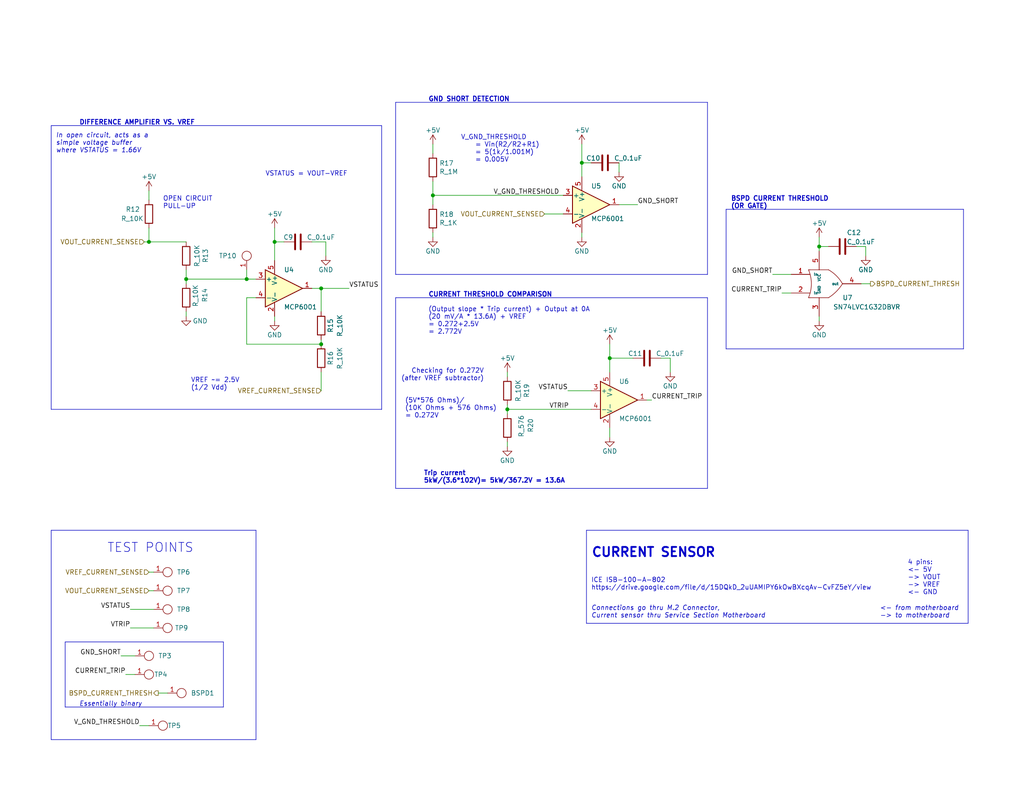
<source format=kicad_sch>
(kicad_sch (version 20230121) (generator eeschema)
  (paper "A")
  (title_block (title "BMS Core | BSPD Current Sensing Trigger") (date "2022-12-03") (rev "0") (company "Olin Electric Motorsports") (comment 1 "Melissa Kazazic"))
  (lib_symbols
    (symbol "MCP6001_1" (pin_names (offset 0.127))
      (property "Reference" "U" (at 0 5.08 0))
      (property "Value" "MCP6001_1" (at 0 -5.08 0))
      (symbol "MCP6001_1_0_1"
        (polyline (pts (xy -5.08 5.08) (xy 5.08 0) (xy -5.08 -5.08) (xy -5.08 5.08)) (stroke (width 0.254)) (fill (type background)))
        (pin power_in line (at -2.54 -7.62 90) (length 3.81) (name "V-") (number "2"))
        (pin power_in line (at -2.54 7.62 270) (length 3.81) (name "V+") (number "5"))
      )
      (symbol "MCP6001_1_1_1"
        (pin output line (at 7.62 0 180) (length 2.54) (name "~") (number "1"))
        (pin input line (at -7.62 2.54 0) (length 2.54) (name "+") (number "3"))
        (pin input line (at -7.62 -2.54 0) (length 2.54) (name "-") (number "4"))
      )
    )
    (symbol "MCP6001_2" (pin_names (offset 0.127))
      (property "Reference" "U" (at 0 5.08 0))
      (property "Value" "MCP6001_2" (at 0 -5.08 0))
      (symbol "MCP6001_2_0_1"
        (polyline (pts (xy -5.08 5.08) (xy 5.08 0) (xy -5.08 -5.08) (xy -5.08 5.08)) (stroke (width 0.254)) (fill (type background)))
        (pin power_in line (at -2.54 -7.62 90) (length 3.81) (name "V-") (number "2"))
        (pin power_in line (at -2.54 7.62 270) (length 3.81) (name "V+") (number "5"))
      )
      (symbol "MCP6001_2_1_1"
        (pin output line (at 7.62 0 180) (length 2.54) (name "~") (number "1"))
        (pin input line (at -7.62 2.54 0) (length 2.54) (name "+") (number "3"))
        (pin input line (at -7.62 -2.54 0) (length 2.54) (name "-") (number "4"))
      )
    )
    (symbol "OEM:0u1F" (pin_numbers hide) (pin_names (offset 0.254))
      (property "Reference" "C" (at 0.635 2.54 0))
      (property "Value" "0u1F" (at 0.635 -2.54 0))
      (symbol "0u1F_0_1"
        (polyline (pts (xy -2.032 -0.762) (xy 2.032 -0.762)) (stroke (width 0.508)))
        (polyline (pts (xy -2.032 0.762) (xy 2.032 0.762)) (stroke (width 0.508)))
      )
      (symbol "0u1F_1_1"
        (pin passive line (at 0 3.81 270) (length 2.794) (name "~") (number "1"))
        (pin passive line (at 0 -3.81 90) (length 2.794) (name "~") (number "2"))
      )
    )
    (symbol "OEM:10KR" (pin_numbers hide) (pin_names (offset 0))
      (property "Reference" "R" (at 2.032 0 90))
      (property "Value" "10KR" (at 0 0 90))
      (symbol "10KR_0_1"
        (rectangle (start -1.016 -2.54) (end 1.016 2.54) (stroke (width 0.254)))
      )
      (symbol "10KR_1_1"
        (pin passive line (at 0 3.81 270) (length 1.27) (name "~") (number "1"))
        (pin passive line (at 0 -3.81 90) (length 1.27) (name "~") (number "2"))
      )
    )
    (symbol "OEM:1KR" (pin_numbers hide) (pin_names (offset 0))
      (property "Reference" "R" (at 2.032 0 90))
      (property "Value" "1KR" (at 0 0 90))
      (symbol "1KR_0_1"
        (rectangle (start -1.016 -2.54) (end 1.016 2.54) (stroke (width 0.254)))
      )
      (symbol "1KR_1_1"
        (pin passive line (at 0 3.81 270) (length 1.27) (name "~") (number "1"))
        (pin passive line (at 0 -3.81 90) (length 1.27) (name "~") (number "2"))
      )
    )
    (symbol "OEM:1MR" (pin_numbers hide) (pin_names (offset 0))
      (property "Reference" "R" (at 2.032 0 90))
      (property "Value" "1MR" (at 0 0 90))
      (symbol "1MR_0_1"
        (rectangle (start -1.016 -2.54) (end 1.016 2.54) (stroke (width 0.254)))
      )
      (symbol "1MR_1_1"
        (pin passive line (at 0 3.81 270) (length 1.27) (name "~") (number "1"))
        (pin passive line (at 0 -3.81 90) (length 1.27) (name "~") (number "2"))
      )
    )
    (symbol "OEM:576R" (pin_numbers hide) (pin_names (offset 0))
      (property "Reference" "R" (at 2.032 0 90))
      (property "Value" "576R" (at 0 0 90))
      (symbol "576R_0_1"
        (rectangle (start -1.016 -2.54) (end 1.016 2.54) (stroke (width 0.254)))
      )
      (symbol "576R_1_1"
        (pin passive line (at 0 3.81 270) (length 1.27) (name "~") (number "1"))
        (pin passive line (at 0 -3.81 90) (length 1.27) (name "~") (number "2"))
      )
    )
    (symbol "OEM:MCP6001" (pin_names (offset 0.127))
      (property "Reference" "U" (at 0 5.08 0))
      (property "Value" "MCP6001" (at 0 -5.08 0))
      (symbol "MCP6001_0_1"
        (polyline (pts (xy -5.08 5.08) (xy 5.08 0) (xy -5.08 -5.08) (xy -5.08 5.08)) (stroke (width 0.254)) (fill (type background)))
        (pin power_in line (at -2.54 -7.62 90) (length 3.81) (name "V-") (number "2"))
        (pin power_in line (at -2.54 7.62 270) (length 3.81) (name "V+") (number "5"))
      )
      (symbol "MCP6001_1_1"
        (pin output line (at 7.62 0 180) (length 2.54) (name "~") (number "1"))
        (pin input line (at -7.62 2.54 0) (length 2.54) (name "+") (number "3"))
        (pin input line (at -7.62 -2.54 0) (length 2.54) (name "-") (number "4"))
      )
    )
    (symbol "OEM:SN74LVC1G32DBVR" (pin_names (offset 1.016))
      (property "Reference" "U" (at 0 11.43 0))
      (property "Value" "SN74LVC1G32DBVR" (at 0 16.51 0))
      (symbol "SN74LVC1G32DBVR_0_1"
        (polyline (pts (xy -2.921 -3.81) (xy -2.54 -3.81)))
        (polyline (pts (xy -2.54 3.81) (xy -2.921 3.81)))
      )
      (symbol "SN74LVC1G32DBVR_1_1"
        (arc (start -2.921 -3.81) (mid -2.139 0) (end -2.921 3.81))
        (polyline (pts (xy -2.54 -3.81) (xy 2.54 -3.81)))
        (polyline (pts (xy -2.54 3.81) (xy 2.54 3.81)))
        (arc (start 2.54 -3.81) (mid 4.662 -2.122) (end 6.35 0))
        (arc (start 6.35 0) (mid 4.7001 2.1601) (end 2.54 3.81))
        (pin bidirectional line (at -7.62 2.54 0) (length 5.08) (name "in") (number "1"))
        (pin bidirectional line (at -7.62 -2.54 0) (length 5.08) (name "in") (number "2"))
        (pin bidirectional line (at 0 -8.89 90) (length 5.08) (name "GND") (number "3"))
        (pin bidirectional line (at 11.43 0 180) (length 5.08) (name "out") (number "4"))
        (pin bidirectional line (at 0 8.89 270) (length 5.08) (name "VCC") (number "5"))
      )
    )
    (symbol "OEM:TP_1mm" (pin_names (offset 1.016)) (in_bom no)
      (property "Reference" "TP" (at 0 7.62 0))
      (property "Value" "TP_1mm" (at 1.27 5.08 0))
      (symbol "TP_1mm_1_1"
        (circle (center 0 2.54) (radius 1.27))
        (pin input line (at 0 -1.27 90) (length 2.54) (name "~") (number "1"))
      )
    )
    (symbol "power:+5V" (power) (pin_names (offset 0))
      (property "Value" "+5V" (at 0 3.556 0))
      (symbol "+5V_0_1"
        (polyline (pts (xy -0.762 1.27) (xy 0 2.54)))
        (polyline (pts (xy 0 0) (xy 0 2.54)))
        (polyline (pts (xy 0 2.54) (xy 0.762 1.27)))
      )
      (symbol "+5V_1_1"
        (pin power_in line (at 0 0 90) (length 0) hide (name "+5V") (number "1"))
      )
    )
    (symbol "power:GND" (power) (pin_names (offset 0))
      (property "Value" "GND" (at 0 -3.81 0))
      (symbol "GND_0_1"
        (polyline (pts (xy 0 0) (xy 0 -1.27) (xy 1.27 -1.27) (xy 0 -2.54) (xy -1.27 -1.27) (xy 0 -1.27)))
      )
      (symbol "GND_1_1"
        (pin power_in line (at 0 0 270) (length 0) hide (name "GND") (number "1"))
      )
    )
  )
  (junction (at 87.63 78.74))
  (junction (at 40.64 66.04))
  (junction (at 74.93 66.04))
  (junction (at 158.75 44.45))
  (junction (at 67.31 76.2))
  (junction (at 118.11 53.34))
  (junction (at 138.43 111.76))
  (junction (at 87.63 93.98))
  (junction (at 166.37 97.79))
  (junction (at 50.8 76.2))
  (junction (at 223.52 67.31))
  (wire (pts (xy 50.8 76.2) (xy 67.31 76.2)))
  (polyline (pts (xy 60.96 193.04) (xy 60.96 175.26)))
  (wire (pts (xy 223.52 64.77) (xy 223.52 67.31)))
  (polyline (pts (xy 107.95 81.28) (xy 107.95 133.35)))
  (wire (pts (xy 38.1 198.12) (xy 40.64 198.12)))
  (polyline (pts (xy 17.78 175.26) (xy 60.96 175.26)))
  (wire (pts (xy 87.63 93.98) (xy 87.63 92.71)))
  (wire (pts (xy 118.11 53.34) (xy 118.11 55.88)))
  (wire (pts (xy 67.31 93.98) (xy 87.63 93.98)))
  (polyline (pts (xy 104.14 34.29) (xy 13.97 34.29)))
  (polyline (pts (xy 69.85 144.78) (xy 69.85 201.93)))
  (polyline (pts (xy 107.95 74.93) (xy 193.04 74.93)))
  (wire (pts (xy 74.93 66.04) (xy 74.93 71.12)))
  (polyline (pts (xy 17.78 193.04) (xy 60.96 193.04)))
  (polyline (pts (xy 198.12 57.15) (xy 262.89 57.15)))
  (wire (pts (xy 50.8 73.66) (xy 50.8 76.2)))
  (wire (pts (xy 69.85 76.2) (xy 67.31 76.2)))
  (polyline (pts (xy 104.14 111.76) (xy 104.14 111.76)))
  (wire (pts (xy 118.11 39.37) (xy 118.11 41.91)))
  (wire (pts (xy 85.09 66.04) (xy 88.9 66.04)))
  (wire (pts (xy 118.11 63.5) (xy 118.11 64.77)))
  (wire (pts (xy 158.75 63.5) (xy 158.75 64.77)))
  (wire (pts (xy 138.43 101.6) (xy 138.43 102.87)))
  (polyline (pts (xy 160.02 170.18) (xy 264.16 170.18)))
  (wire (pts (xy 138.43 110.49) (xy 138.43 111.76)))
  (wire (pts (xy 210.82 74.93) (xy 215.9 74.93)))
  (polyline (pts (xy 13.97 34.29) (xy 13.97 111.76)))
  (polyline (pts (xy 104.14 111.76) (xy 104.14 34.29)))
  (polyline (pts (xy 17.78 175.26) (xy 17.78 193.04)))
  (polyline (pts (xy 193.04 74.93) (xy 193.04 27.94)))
  (wire (pts (xy 41.91 166.37) (xy 35.56 166.37)))
  (wire (pts (xy 168.91 55.88) (xy 173.99 55.88)))
  (wire (pts (xy 158.75 39.37) (xy 158.75 44.45)))
  (wire (pts (xy 87.63 78.74) (xy 95.25 78.74)))
  (wire (pts (xy 35.56 171.45) (xy 41.91 171.45)))
  (wire (pts (xy 158.75 44.45) (xy 158.75 48.26)))
  (polyline (pts (xy 160.02 144.78) (xy 160.02 170.18)))
  (wire (pts (xy 182.88 101.6) (xy 182.88 97.79)))
  (wire (pts (xy 87.63 106.68) (xy 87.63 101.6)))
  (polyline (pts (xy 13.97 201.93) (xy 69.85 201.93)))
  (wire (pts (xy 176.53 109.22) (xy 177.8 109.22)))
  (polyline (pts (xy 13.97 144.78) (xy 69.85 144.78)))
  (wire (pts (xy 166.37 93.98) (xy 166.37 97.79)))
  (wire (pts (xy 168.91 44.45) (xy 168.91 46.99)))
  (wire (pts (xy 166.37 116.84) (xy 166.37 119.38)))
  (wire (pts (xy 67.31 81.28) (xy 69.85 81.28)))
  (wire (pts (xy 223.52 67.31) (xy 226.06 67.31)))
  (polyline (pts (xy 262.89 95.25) (xy 262.89 57.15)))
  (wire (pts (xy 154.94 106.68) (xy 161.29 106.68)))
  (wire (pts (xy 40.64 66.04) (xy 50.8 66.04)))
  (wire (pts (xy 87.63 85.09) (xy 87.63 78.74)))
  (wire (pts (xy 223.52 86.36) (xy 223.52 87.63)))
  (polyline (pts (xy 160.02 144.78) (xy 264.16 144.78)))
  (wire (pts (xy 74.93 62.23) (xy 74.93 66.04)))
  (wire (pts (xy 45.72 189.23) (xy 43.18 189.23)))
  (wire (pts (xy 50.8 76.2) (xy 50.8 77.47)))
  (wire (pts (xy 223.52 67.31) (xy 223.52 68.58)))
  (wire (pts (xy 138.43 120.65) (xy 138.43 121.92)))
  (wire (pts (xy 166.37 97.79) (xy 172.72 97.79)))
  (wire (pts (xy 237.49 77.47) (xy 234.95 77.47)))
  (wire (pts (xy 148.59 58.42) (xy 153.67 58.42)))
  (polyline (pts (xy 13.97 111.76) (xy 104.14 111.76)))
  (wire (pts (xy 74.93 86.36) (xy 74.93 87.63)))
  (polyline (pts (xy 193.04 27.94) (xy 107.95 27.94)))
  (polyline (pts (xy 193.04 81.28) (xy 107.95 81.28)))
  (wire (pts (xy 67.31 73.66) (xy 67.31 76.2)))
  (wire (pts (xy 85.09 78.74) (xy 87.63 78.74)))
  (wire (pts (xy 118.11 49.53) (xy 118.11 53.34)))
  (polyline (pts (xy 198.12 95.25) (xy 262.89 95.25)))
  (wire (pts (xy 236.22 69.85) (xy 236.22 67.31)))
  (wire (pts (xy 67.31 81.28) (xy 67.31 93.98)))
  (wire (pts (xy 33.02 179.07) (xy 36.83 179.07)))
  (wire (pts (xy 40.64 62.23) (xy 40.64 66.04)))
  (polyline (pts (xy 264.16 170.18) (xy 264.16 144.78)))
  (wire (pts (xy 215.9 80.01) (xy 213.36 80.01)))
  (polyline (pts (xy 198.12 57.15) (xy 198.12 95.25)))
  (polyline (pts (xy 193.04 133.35) (xy 193.04 81.28)))
  (wire (pts (xy 158.75 44.45) (xy 161.29 44.45)))
  (wire (pts (xy 138.43 111.76) (xy 161.29 111.76)))
  (wire (pts (xy 41.91 156.21) (xy 40.64 156.21)))
  (wire (pts (xy 182.88 97.79) (xy 180.34 97.79)))
  (wire (pts (xy 40.64 52.07) (xy 40.64 54.61)))
  (wire (pts (xy 118.11 53.34) (xy 153.67 53.34)))
  (wire (pts (xy 138.43 111.76) (xy 138.43 113.03)))
  (wire (pts (xy 40.64 161.29) (xy 41.91 161.29)))
  (wire (pts (xy 34.29 184.15) (xy 36.83 184.15)))
  (polyline (pts (xy 107.95 133.35) (xy 193.04 133.35)))
  (wire (pts (xy 39.37 66.04) (xy 40.64 66.04)))
  (wire (pts (xy 77.47 66.04) (xy 74.93 66.04)))
  (wire (pts (xy 88.9 66.04) (xy 88.9 69.85)))
  (polyline (pts (xy 107.95 27.94) (xy 107.95 74.93)))
  (wire (pts (xy 236.22 67.31) (xy 233.68 67.31)))
  (wire (pts (xy 50.8 85.09) (xy 50.8 86.36)))
  (wire (pts (xy 166.37 97.79) (xy 166.37 101.6)))
  (polyline (pts (xy 13.97 144.78) (xy 13.97 201.93)))
  (text "CURRENT THRESHOLD COMPARISON" (at 116.84 81.28 0) (effects (font (size 1.27 1.27) (thickness 0.254) bold) (justify left bottom)))
  (text "<- from motherboard\n-> to motherboard" (at 240.03 168.91 0) (effects (font (size 1.27 1.27) italic) (justify left bottom)))
  (text "TEST POINTS" (at 29.21 151.13 0) (effects (font (size 2.4892 2.4892)) (justify left bottom)))
  (text "VSTATUS = VOUT-VREF" (at 72.39 48.26 0) (effects (font (size 1.27 1.27)) (justify left bottom)))
  (text "4 pins:\n<- 5V\n-> VOUT\n-> VREF\n<- GND" (at 247.65 162.56 0) (effects (font (size 1.27 1.27)) (justify left bottom)))
  (text "OPEN CIRCUIT\nPULL-UP" (at 44.45 57.15 0) (effects (font (size 1.27 1.27)) (justify left bottom)))
  (text "(Output slope * Trip current) + Output at 0A\n(20 mV/A * 13.6A) + VREF\n= 0.272+2.5V \n= 2.772V" (at 116.84 91.44 0) (effects (font (size 1.27 1.27)) (justify left bottom)))
  (text "Connections go thru M.2 Connector,\nCurrent sensor thru Service Section Motherboard" (at 161.29 168.91 0) (effects (font (size 1.27 1.27) italic) (justify left bottom)))
  (text "BSPD CURRENT THRESHOLD\n(OR GATE)" (at 199.39 57.15 0) (effects (font (size 1.27 1.27) (thickness 0.254) bold) (justify left bottom)))
  (text "VREF ~= 2.5V\n(1/2 Vdd)" (at 52.07 106.68 0) (effects (font (size 1.27 1.27)) (justify left bottom)))
  (text "GND SHORT DETECTION" (at 116.84 27.94 0) (effects (font (size 1.27 1.27) (thickness 0.254) bold) (justify left bottom)))
  (text "Trip current\n5kW/(3.6*102V)= 5kW/367.2V = 13.6A" (at 115.57 132.08 0) (effects (font (size 1.27 1.27) (thickness 0.254) bold) (justify left bottom)))
  (text "V_GND_THRESHOLD\n    = Vin(R2/R2+R1)\n    = 5(1k/1.001M)\n    = 0.005V" (at 125.73 44.45 0) (effects (font (size 1.27 1.27)) (justify left bottom)))
  (text "Checking for 0.272V\n(after VREF subtractor)" (at 132.08 104.14 0) (effects (font (size 1.27 1.27)) (justify right bottom)))
  (text "(5V*576 Ohms)/\n(10K Ohms + 576 Ohms)\n= 0.272V" (at 110.49 114.3 0) (effects (font (size 1.27 1.27)) (justify left bottom)))
  (text "Essentially binary" (at 21.59 193.04 0) (effects (font (size 1.27 1.27) italic) (justify left bottom)))
  (text "CURRENT SENSOR" (at 161.29 152.4 0) (effects (font (size 2.4892 2.4892) (thickness 0.4978) bold) (justify left bottom)))
  (text "DIFFERENCE AMPLIFIER VS. VREF" (at 21.59 34.29 0) (effects (font (size 1.27 1.27) (thickness 0.254) bold) (justify left bottom)))
  (text "ICE ISB-100-A-802\nhttps://drive.google.com/file/d/15DQkD_2uUAMIPY6kOwBXcqAv-CvFZ5eY/view" (at 161.29 161.29 0) (effects (font (size 1.27 1.27)) (justify left bottom)))
  (text "In open circuit, acts as a \nsimple voltage buffer\nwhere VSTATUS = 1.66V" (at 15.24 41.91 0) (effects (font (size 1.27 1.27) italic) (justify left bottom)))
  (label "CURRENT_TRIP" (at 177.8 109.22 0))
  (label "GND_SHORT" (at 173.99 55.88 0))
  (label "CURRENT_TRIP" (at 213.36 80.01 180))
  (label "GND_SHORT" (at 210.82 74.93 180))
  (label "GND_SHORT" (at 33.02 179.07 180))
  (label "VTRIP" (at 35.56 171.45 180))
  (label "VSTATUS" (at 154.94 106.68 180))
  (label "CURRENT_TRIP" (at 34.29 184.15 180))
  (label "VSTATUS" (at 35.56 166.37 180))
  (label "VTRIP" (at 149.86 111.76 0))
  (label "V_GND_THRESHOLD" (at 134.62 53.34 0))
  (label "VSTATUS" (at 95.25 78.74 0))
  (label "V_GND_THRESHOLD" (at 38.1 198.12 180))
  (hierarchical_label "VOUT_CURRENT_SENSE" (shape input) (at 39.37 66.04 180))
  (hierarchical_label "VREF_CURRENT_SENSE" (shape input) (at 87.63 106.68 180))
  (hierarchical_label "BSPD_CURRENT_THRESH" (shape output) (at 237.49 77.47 0))
  (hierarchical_label "VOUT_CURRENT_SENSE" (shape input) (at 40.64 161.29 180))
  (hierarchical_label "BSPD_CURRENT_THRESH" (shape output) (at 43.18 189.23 180))
  (hierarchical_label "VOUT_CURRENT_SENSE" (shape input) (at 148.59 58.42 180))
  (hierarchical_label "VREF_CURRENT_SENSE" (shape input) (at 40.64 156.21 180))
  (symbol (lib_id "power:+5V") (at 166.37 93.98 0) (unit 1)
    (property "Reference" "#PWR0148" (effects hide))
    (property "Value" "+5V" (at 166.37 90.17 0))
  )
  (symbol (lib_id "OEM:0u1F") (at 81.28 66.04 90) (unit 1)
    (property "Reference" "C9" (at 80.01 64.77 90) (effects (justify left)))
    (property "Value" "C_0.1uF" (at 91.44 64.77 90) (effects (justify left)))
    (property "Footprint" "OEM:C_0603" (effects hide))
    (property "Datasheet" "http://datasheets.avx.com/X7RDielectric.pdf" (effects hide))
    (property "MFN" "DK" (effects hide))
    (property "MPN" "478-3352-1-ND" (effects hide))
    (property "DKPN" "1276-1935-2-ND" (effects hide))
    (property "Package" "0603" (effects hide))
    (property "Stocked" "Reel" (effects hide))
    (property "NewDesigns" "YES" (effects hide))
    (property "Style" "SMD" (effects hide))
  )
  (symbol (lib_id "OEM:10KR") (at 50.8 69.85 0) (unit 1)
    (property "Reference" "R13" (at 56.0578 69.85 90))
    (property "Value" "R_10K" (at 53.7464 69.85 90))
    (property "Footprint" "OEM:R_0603" (effects hide))
    (property "Datasheet" "http://www.bourns.com/data/global/pdfs/CRS.pdf" (effects hide))
    (property "MFN" "DK" (effects hide))
    (property "MPN" "CRS0805-FX-1002ELFCT-ND" (effects hide))
    (property "DKPN" "RMCF0603FT10K0TR-ND" (effects hide))
    (property "Package" "0603" (effects hide))
    (property "NewDesigns" "YES" (effects hide))
    (property "Stocked" "Reel" (effects hide))
    (property "Style" "SMD" (effects hide))
  )
  (symbol (lib_id "power:+5V") (at 40.64 52.07 0) (unit 1)
    (property "Reference" "#PWR0142" (effects hide))
    (property "Value" "+5V" (at 40.64 48.26 0))
  )
  (symbol (lib_id "OEM:TP_1mm") (at 41.91 198.12 270) (unit 1) (in_bom no)
    (property "Reference" "TP5" (at 45.72 198.12 90) (effects (justify left)))
    (property "Value" "V_GND_THRESHOLD" (effects hide))
    (property "Footprint" "TestPoint:TestPoint_Pad_D1.0mm" (effects hide))
    (property "NewDesigns" "YES" (effects hide))
    (property "Package" "Custom" (effects hide))
    (property "Style" "SMD" (effects hide))
  )
  (symbol (lib_id "OEM:SN74LVC1G32DBVR") (at 223.52 77.47 0) (unit 1)
    (property "Reference" "U7" (at 229.87 81.28 0) (effects (justify left)))
    (property "Value" "SN74LVC1G32DBVR" (at 227.33 83.82 0) (effects (justify left)))
    (property "Footprint" "footprints:SOT-23-5_OEM" (effects hide))
    (property "Datasheet" "http://www.ti.com/lit/ds/symlink/sn74lvc1g32.pdf" (effects hide))
    (property "MFN" "DK" (effects hide))
    (property "MPN" "296-9847-1-ND" (effects hide))
    (property "DKPN" "296-9847-1-ND" (effects hide))
    (property "Stocked" "Tape" (effects hide))
    (property "NewDesigns" "YES" (effects hide))
    (property "Package" "SOT-23-5" (effects hide))
    (property "Style" "SMD" (effects hide))
  )
  (symbol (lib_id "OEM:TP_1mm") (at 67.31 72.39 0) (unit 1) (in_bom no)
    (property "Reference" "TP10" (at 59.69 69.85 0) (effects (justify left)))
    (property "Value" "TP_1mm" (effects hide))
    (property "Footprint" "TestPoint:TestPoint_Pad_D1.0mm" (effects hide))
    (property "NewDesigns" "YES" (effects hide))
    (property "Package" "Custom" (effects hide))
    (property "Style" "SMD" (effects hide))
  )
  (symbol (lib_id "OEM:TP_1mm") (at 43.18 156.21 270) (unit 1) (in_bom no)
    (property "Reference" "TP6" (at 48.26 156.21 90) (effects (justify left)))
    (property "Value" "VREF" (effects hide))
    (property "Footprint" "TestPoint:TestPoint_Pad_D1.0mm" (effects hide))
    (property "NewDesigns" "YES" (effects hide))
    (property "Package" "Custom" (effects hide))
    (property "Style" "SMD" (effects hide))
  )
  (symbol (lib_id "power:GND") (at 74.93 87.63 0) (unit 1)
    (property "Reference" "#PWR0140" (effects hide))
    (property "Value" "GND" (at 74.93 91.44 0))
  )
  (symbol (lib_id "OEM:1KR") (at 118.11 59.69 0) (unit 1)
    (property "Reference" "R18" (at 119.888 58.5216 0) (effects (justify left)))
    (property "Value" "R_1K" (at 119.888 60.833 0) (effects (justify left)))
    (property "Footprint" "OEM:R_0603" (effects hide))
    (property "Datasheet" "https://www.seielect.com/Catalog/SEI-rncp.pdf" (effects hide))
    (property "MFN" "DK" (effects hide))
    (property "MPN" "RNCP0805FTD1K00CT-ND" (effects hide))
    (property "DKPN" "RMCF0603FT1K00TR-ND" (effects hide))
    (property "NewDesigns" "YES" (effects hide))
    (property "Stocked" "Reel" (effects hide))
    (property "Package" "0603" (effects hide))
    (property "Style" "SMD" (effects hide))
  )
  (symbol (lib_id "OEM:TP_1mm") (at 46.99 189.23 270) (unit 1) (in_bom no)
    (property "Reference" "BSPD1" (at 52.07 189.23 90) (effects (justify left)))
    (property "Value" "BSPD_CURRENT_THRESH" (effects hide))
    (property "Footprint" "TestPoint:TestPoint_Pad_D1.0mm" (effects hide))
    (property "NewDesigns" "YES" (effects hide))
    (property "Package" "Custom" (effects hide))
    (property "Style" "SMD" (effects hide))
  )
  (symbol (lib_id "power:GND") (at 88.9 69.85 0) (unit 1)
    (property "Reference" "#PWR0138" (effects hide))
    (property "Value" "GND" (at 88.9 73.66 0))
  )
  (symbol (lib_id "OEM:576R") (at 138.43 116.84 0) (unit 1)
    (property "Reference" "R20" (at 144.78 118.11 90) (effects (justify left)))
    (property "Value" "R_576" (at 142.24 119.38 90) (effects (justify left)))
    (property "Footprint" "OEM:R_0603" (effects hide))
    (property "Datasheet" "${OEM_DIR}/parts/datasheets/stackpole_RMCF_RMCP.pdf" (effects hide))
    (property "MPN" "RMCF0603FT576R" (effects hide))
    (property "DKPN" "RMCF0603FT576RDKR-ND" (effects hide))
    (property "MFN" "Stackpole Electronics" (effects hide))
    (property "NewDesigns" "YES" (effects hide))
    (property "Stocked" "Digi-Reel" (effects hide))
    (property "Package" "0603" (effects hide))
    (property "Style" "SMD" (effects hide))
  )
  (symbol (lib_id "OEM:1MR") (at 118.11 45.72 0) (unit 1)
    (property "Reference" "R17" (at 119.888 44.5516 0) (effects (justify left)))
    (property "Value" "R_1M" (at 119.888 46.863 0) (effects (justify left)))
    (property "Footprint" "OEM:R_0603" (effects hide))
    (property "Datasheet" "https://www.seielect.com/Catalog/SEI-rncp.pdf" (effects hide))
    (property "MFN" "DK" (effects hide))
    (property "MPN" "RMCF0805JT1M00CT-ND" (effects hide))
    (property "DKPN" "1292-WR06X1004FTLDKR-ND" (effects hide))
    (property "NewDesigns" "YES" (effects hide))
    (property "Stocked" "Digi-Reel" (effects hide))
    (property "Package" "0603" (effects hide))
    (property "Style" "SMD" (effects hide))
  )
  (symbol (lib_id "OEM:0u1F") (at 229.87 67.31 90) (unit 1)
    (property "Reference" "C12" (at 234.95 63.5 90) (effects (justify left)))
    (property "Value" "C_0.1uF" (at 238.76 66.04 90) (effects (justify left)))
    (property "Footprint" "OEM:C_0603" (effects hide))
    (property "Datasheet" "http://datasheets.avx.com/X7RDielectric.pdf" (effects hide))
    (property "MFN" "DK" (effects hide))
    (property "MPN" "478-3352-1-ND" (effects hide))
    (property "DKPN" "1276-1935-2-ND" (effects hide))
    (property "Package" "0603" (effects hide))
    (property "Stocked" "Reel" (effects hide))
    (property "NewDesigns" "YES" (effects hide))
    (property "Style" "SMD" (effects hide))
  )
  (symbol (lib_id "OEM:10KR") (at 87.63 97.79 180) (unit 1)
    (property "Reference" "R16" (at 90.17 97.79 90))
    (property "Value" "R_10K" (at 92.71 97.79 90))
    (property "Footprint" "OEM:R_0603" (effects hide))
    (property "Datasheet" "http://www.bourns.com/data/global/pdfs/CRS.pdf" (effects hide))
    (property "MFN" "DK" (effects hide))
    (property "MPN" "CRS0805-FX-1002ELFCT-ND" (effects hide))
    (property "DKPN" "RMCF0603FT10K0TR-ND" (effects hide))
    (property "Package" "0603" (effects hide))
    (property "NewDesigns" "YES" (effects hide))
    (property "Stocked" "Reel" (effects hide))
    (property "Style" "SMD" (effects hide))
  )
  (symbol (lib_id "OEM:MCP6001") (at 168.91 109.22 0) (unit 1)
    (property "Reference" "U6" (at 168.91 104.14 0) (effects (justify left)))
    (property "Value" "MCP6001" (at 168.91 114.3 0) (effects (justify left)))
    (property "Footprint" "Package_TO_SOT_SMD:SOT-353_SC-70-5" (effects hide))
    (property "Datasheet" "${OEM_DIR}/parts/datasheets/microchip_MCP600XX.pdf" (effects hide))
    (property "MFN" "Microchip" (effects hide))
    (property "MPN" "MCP6001T-I/OT" (effects hide))
    (property "DKPN" "MCP6001T-I/OTCT-ND" (effects hide))
    (property "Package" "SC-70-5" (effects hide))
    (property "NewDesigns" "YES" (effects hide))
    (property "Stocked" "Tape" (effects hide))
    (property "Style" "SMD" (effects hide))
  )
  (symbol (lib_id "OEM:10KR") (at 50.8 81.28 180) (unit 1)
    (property "Reference" "R14" (at 55.88 82.55 90) (effects (justify right)))
    (property "Value" "R_10K" (at 53.34 83.82 90) (effects (justify right)))
    (property "Footprint" "OEM:R_0603" (effects hide))
    (property "Datasheet" "http://www.bourns.com/data/global/pdfs/CRS.pdf" (effects hide))
    (property "MFN" "DK" (effects hide))
    (property "MPN" "CRS0805-FX-1002ELFCT-ND" (effects hide))
    (property "DKPN" "RMCF0603FT10K0TR-ND" (effects hide))
    (property "Package" "0603" (effects hide))
    (property "NewDesigns" "YES" (effects hide))
    (property "Stocked" "Reel" (effects hide))
    (property "Style" "SMD" (effects hide))
  )
  (symbol (lib_id "OEM:0u1F") (at 176.53 97.79 90) (unit 1)
    (property "Reference" "C11" (at 175.26 96.52 90) (effects (justify left)))
    (property "Value" "C_0.1uF" (at 186.69 96.52 90) (effects (justify left)))
    (property "Footprint" "OEM:C_0603" (effects hide))
    (property "Datasheet" "http://datasheets.avx.com/X7RDielectric.pdf" (effects hide))
    (property "MFN" "DK" (effects hide))
    (property "MPN" "478-3352-1-ND" (effects hide))
    (property "DKPN" "1276-1935-2-ND" (effects hide))
    (property "Package" "0603" (effects hide))
    (property "Stocked" "Reel" (effects hide))
    (property "NewDesigns" "YES" (effects hide))
    (property "Style" "SMD" (effects hide))
  )
  (symbol (lib_id "OEM:TP_1mm") (at 43.18 166.37 270) (unit 1) (in_bom no)
    (property "Reference" "TP8" (at 48.26 166.37 90) (effects (justify left)))
    (property "Value" "VSTATUS" (effects hide))
    (property "Footprint" "TestPoint:TestPoint_Pad_D1.0mm" (effects hide))
    (property "NewDesigns" "YES" (effects hide))
    (property "Package" "Custom" (effects hide))
    (property "Style" "SMD" (effects hide))
  )
  (symbol (lib_id "OEM:0u1F") (at 165.1 44.45 90) (unit 1)
    (property "Reference" "C10" (at 163.83 43.18 90) (effects (justify left)))
    (property "Value" "C_0.1uF" (at 175.26 43.18 90) (effects (justify left)))
    (property "Footprint" "OEM:C_0603" (effects hide))
    (property "Datasheet" "http://datasheets.avx.com/X7RDielectric.pdf" (effects hide))
    (property "MFN" "DK" (effects hide))
    (property "MPN" "478-3352-1-ND" (effects hide))
    (property "DKPN" "1276-1935-2-ND" (effects hide))
    (property "Package" "0603" (effects hide))
    (property "Stocked" "Reel" (effects hide))
    (property "NewDesigns" "YES" (effects hide))
    (property "Style" "SMD" (effects hide))
  )
  (symbol (lib_id "power:+5V") (at 138.43 101.6 0) (unit 1)
    (property "Reference" "#PWR0145" (effects hide))
    (property "Value" "+5V" (at 138.43 97.79 0))
  )
  (symbol (lib_id "power:GND") (at 50.8 86.36 0) (unit 1)
    (property "Reference" "#PWR0139" (effects hide))
    (property "Value" "GND" (at 54.61 87.63 0))
  )
  (symbol (lib_id "power:GND") (at 138.43 121.92 0) (unit 1)
    (property "Reference" "#PWR0147" (effects hide))
    (property "Value" "GND" (at 138.43 125.73 0))
  )
  (symbol (lib_id "OEM:10KR") (at 40.64 58.42 180) (unit 1)
    (property "Reference" "R12" (at 34.29 57.15 0) (effects (justify right)))
    (property "Value" "R_10K" (at 33.02 59.69 0) (effects (justify right)))
    (property "Footprint" "OEM:R_0603" (effects hide))
    (property "Datasheet" "http://www.bourns.com/data/global/pdfs/CRS.pdf" (effects hide))
    (property "MFN" "DK" (effects hide))
    (property "MPN" "CRS0805-FX-1002ELFCT-ND" (effects hide))
    (property "DKPN" "RMCF0603FT10K0TR-ND" (effects hide))
    (property "Package" "0603" (effects hide))
    (property "NewDesigns" "YES" (effects hide))
    (property "Stocked" "Reel" (effects hide))
    (property "Style" "SMD" (effects hide))
  )
  (symbol (lib_id "power:GND") (at 182.88 101.6 0) (unit 1)
    (property "Reference" "#PWR0149" (effects hide))
    (property "Value" "GND" (at 182.88 105.41 0))
  )
  (symbol (lib_id "power:+5V") (at 158.75 39.37 0) (unit 1)
    (property "Reference" "#PWR0137" (effects hide))
    (property "Value" "+5V" (at 158.75 35.56 0))
  )
  (symbol (lib_id "power:+5V") (at 223.52 64.77 0) (unit 1)
    (property "Reference" "#PWR0135" (effects hide))
    (property "Value" "+5V" (at 223.52 60.96 0))
  )
  (symbol (lib_id "power:+5V") (at 118.11 39.37 0) (unit 1)
    (property "Reference" "#PWR0133" (effects hide))
    (property "Value" "+5V" (at 118.11 35.56 0))
  )
  (symbol (lib_id "power:GND") (at 166.37 119.38 0) (unit 1)
    (property "Reference" "#PWR0146" (effects hide))
    (property "Value" "GND" (at 166.37 123.19 0))
  )
  (symbol (lib_id "OEM:TP_1mm") (at 38.1 184.15 270) (unit 1) (in_bom no)
    (property "Reference" "TP4" (at 45.72 184.15 90) (effects (justify right)))
    (property "Value" "CURRENT_TRIP" (effects hide))
    (property "Footprint" "TestPoint:TestPoint_Pad_D1.0mm" (effects hide))
    (property "NewDesigns" "YES" (effects hide))
    (property "Package" "Custom" (effects hide))
    (property "Style" "SMD" (effects hide))
  )
  (symbol (lib_id "power:GND") (at 118.11 64.77 0) (unit 1)
    (property "Reference" "#PWR0134" (effects hide))
    (property "Value" "GND" (at 118.11 68.58 0))
  )
  (symbol (lib_id "power:GND") (at 158.75 64.77 0) (unit 1)
    (property "Reference" "#PWR0136" (effects hide))
    (property "Value" "GND" (at 158.75 68.58 0))
  )
  (symbol (lib_id "power:+5V") (at 74.93 62.23 0) (unit 1)
    (property "Reference" "#PWR0141" (effects hide))
    (property "Value" "+5V" (at 74.93 58.42 0))
  )
  (symbol (lib_id "power:GND") (at 236.22 69.85 0) (unit 1)
    (property "Reference" "#PWR0143" (effects hide))
    (property "Value" "GND" (at 236.22 73.66 0))
  )
  (symbol (lib_id "OEM:TP_1mm") (at 43.18 171.45 270) (unit 1) (in_bom no)
    (property "Reference" "TP9" (at 49.53 171.45 90))
    (property "Value" "VTRIP" (effects hide))
    (property "Footprint" "TestPoint:TestPoint_Pad_D1.0mm" (effects hide))
    (property "NewDesigns" "YES" (effects hide))
    (property "Package" "Custom" (effects hide))
    (property "Style" "SMD" (effects hide))
  )
  (symbol (lib_id "OEM:TP_1mm") (at 38.1 179.07 270) (unit 1) (in_bom no)
    (property "Reference" "TP3" (at 43.18 179.07 90) (effects (justify left)))
    (property "Value" "GND_SHORT" (effects hide))
    (property "Footprint" "TestPoint:TestPoint_Pad_D1.0mm" (effects hide))
    (property "NewDesigns" "YES" (effects hide))
    (property "Package" "Custom" (effects hide))
    (property "Style" "SMD" (effects hide))
  )
  (symbol (lib_id "OEM:10KR") (at 87.63 88.9 180) (unit 1)
    (property "Reference" "R15" (at 90.17 88.9 90))
    (property "Value" "R_10K" (at 92.71 88.9 90))
    (property "Footprint" "OEM:R_0603" (effects hide))
    (property "Datasheet" "http://www.bourns.com/data/global/pdfs/CRS.pdf" (effects hide))
    (property "MFN" "DK" (effects hide))
    (property "MPN" "CRS0805-FX-1002ELFCT-ND" (effects hide))
    (property "DKPN" "RMCF0603FT10K0TR-ND" (effects hide))
    (property "Package" "0603" (effects hide))
    (property "NewDesigns" "YES" (effects hide))
    (property "Stocked" "Reel" (effects hide))
    (property "Style" "SMD" (effects hide))
  )
  (symbol (lib_name "MCP6001_1") (lib_id "OEM:MCP6001") (at 161.29 55.88 0) (unit 1)
    (property "Reference" "U5" (at 161.29 50.8 0) (effects (justify left)))
    (property "Value" "MCP6001" (at 161.29 59.69 0) (effects (justify left)))
    (property "Footprint" "Package_TO_SOT_SMD:SOT-353_SC-70-5" (effects hide))
    (property "Datasheet" "${OEM_DIR}/parts/datasheets/microchip_MCP600XX.pdf" (effects hide))
    (property "MFN" "Microchip" (effects hide))
    (property "MPN" "MCP6001T-I/OT" (effects hide))
    (property "DKPN" "MCP6001T-I/OTCT-ND" (effects hide))
    (property "Package" "SC-70-5" (effects hide))
    (property "NewDesigns" "YES" (effects hide))
    (property "Stocked" "Tape" (effects hide))
    (property "Style" "SMD" (effects hide))
  )
  (symbol (lib_name "MCP6001_2") (lib_id "OEM:MCP6001") (at 77.47 78.74 0) (unit 1)
    (property "Reference" "U4" (at 77.47 73.66 0) (effects (justify left)))
    (property "Value" "MCP6001" (at 77.47 83.82 0) (effects (justify left)))
    (property "Footprint" "Package_TO_SOT_SMD:SOT-353_SC-70-5" (effects hide))
    (property "Datasheet" "${OEM_DIR}/parts/datasheets/microchip_MCP600XX.pdf" (effects hide))
    (property "MFN" "Microchip" (effects hide))
    (property "MPN" "MCP6001T-I/OT" (effects hide))
    (property "DKPN" "MCP6001T-I/OTCT-ND" (effects hide))
    (property "Package" "SC-70-5" (effects hide))
    (property "NewDesigns" "YES" (effects hide))
    (property "Stocked" "Tape" (effects hide))
    (property "Style" "SMD" (effects hide))
  )
  (symbol (lib_id "power:GND") (at 168.91 46.99 0) (unit 1)
    (property "Reference" "#PWR0132" (effects hide))
    (property "Value" "GND" (at 168.91 50.8 0))
  )
  (symbol (lib_id "power:GND") (at 223.52 87.63 0) (unit 1)
    (property "Reference" "#PWR0144" (effects hide))
    (property "Value" "GND" (at 223.52 91.44 0))
  )
  (symbol (lib_id "OEM:10KR") (at 138.43 106.68 180) (unit 1)
    (property "Reference" "R19" (at 143.6878 106.68 90))
    (property "Value" "R_10K" (at 141.3764 106.68 90))
    (property "Footprint" "OEM:R_0603" (effects hide))
    (property "Datasheet" "http://www.bourns.com/data/global/pdfs/CRS.pdf" (effects hide))
    (property "MFN" "DK" (effects hide))
    (property "MPN" "CRS0805-FX-1002ELFCT-ND" (effects hide))
    (property "DKPN" "RMCF0603FT10K0TR-ND" (effects hide))
    (property "Package" "0603" (effects hide))
    (property "NewDesigns" "YES" (effects hide))
    (property "Stocked" "Reel" (effects hide))
    (property "Style" "SMD" (effects hide))
  )
  (symbol (lib_id "OEM:TP_1mm") (at 43.18 161.29 270) (unit 1) (in_bom no)
    (property "Reference" "TP7" (at 48.26 161.29 90) (effects (justify left)))
    (property "Value" "VOUT" (effects hide))
    (property "Footprint" "TestPoint:TestPoint_Pad_D1.0mm" (effects hide))
    (property "NewDesigns" "YES" (effects hide))
    (property "Package" "Custom" (effects hide))
    (property "Style" "SMD" (effects hide))
  )
)
</source>
